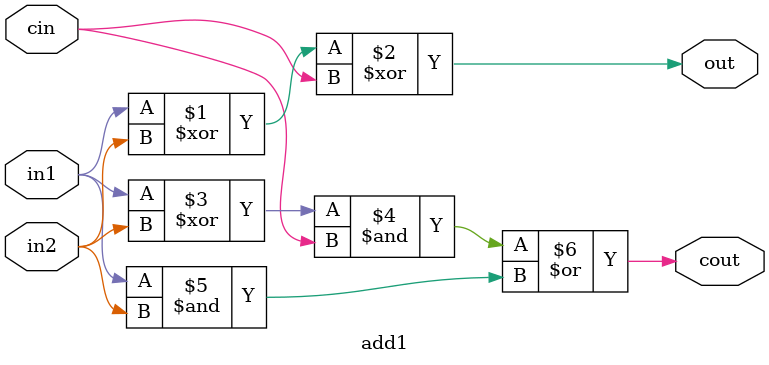
<source format=sv>
`timescale 1ns / 1ps

module add1 (
    input logic in1,
    input logic in2,
    input logic cin,
    output logic cout,
    output logic out
);

    assign out = (in1 ^ in2 ^ cin);
    
    assign cout = ((in1 ^ in2) & cin) | (in1 & in2);
    

endmodule 
</source>
